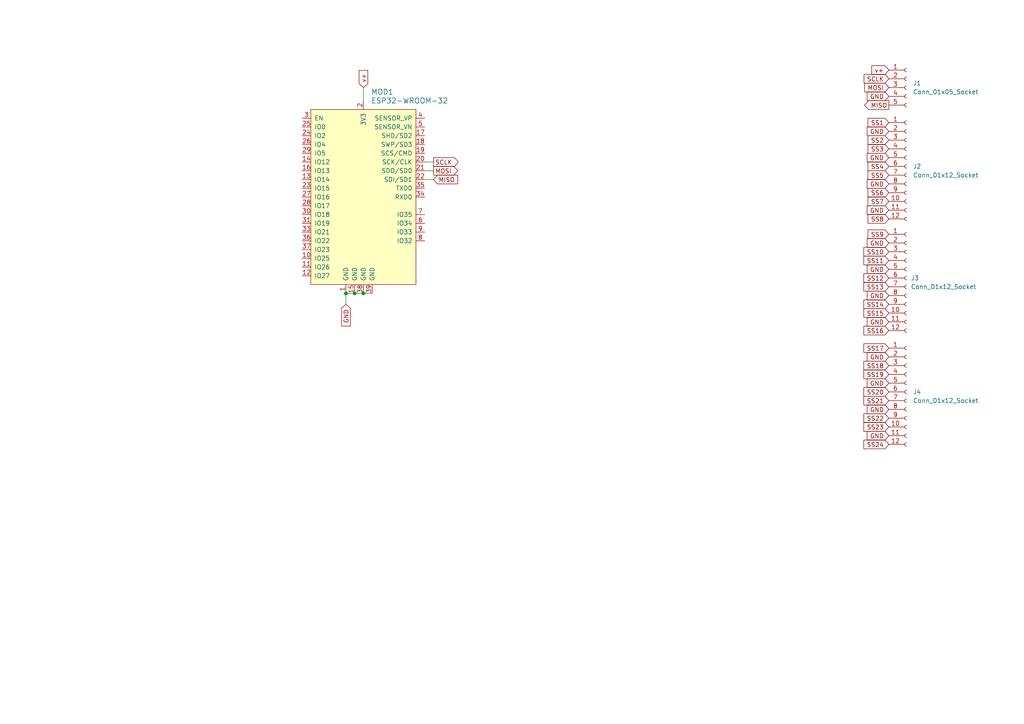
<source format=kicad_sch>
(kicad_sch (version 20230121) (generator eeschema)
  (paper "A4")
  (lib_symbols
    (symbol "Own_Symbols:Hirose_MDF7-05S-2.54DSA(55)" (pin_names (offset 1.016) hide)
      (property "Reference" "J" (at 0 7.62 0))
      (property "Value" "Conn_01x05_Socket" (at 0 -7.62 0))
      (symbol "Hirose_MDF7-05S-2.54DSA(55)_1_1"
        (arc (start 0 -4.572) (mid -0.5058 -5.08) (end 0 -5.588) (stroke (width 0.1524)))
        (arc (start 0 -2.032) (mid -0.5058 -2.54) (end 0 -3.048) (stroke (width 0.1524)))
        (polyline (pts (xy -1.27 -5.08) (xy -0.508 -5.08)) (stroke (width 0.1524)))
        (polyline (pts (xy -1.27 -2.54) (xy -0.508 -2.54)) (stroke (width 0.1524)))
        (polyline (pts (xy -1.27 0) (xy -0.508 0)) (stroke (width 0.1524)))
        (polyline (pts (xy -1.27 2.54) (xy -0.508 2.54)) (stroke (width 0.1524)))
        (polyline (pts (xy -1.27 5.08) (xy -0.508 5.08)) (stroke (width 0.1524)))
        (arc (start 0 0.508) (mid -0.5058 0) (end 0 -0.508) (stroke (width 0.1524)))
        (arc (start 0 3.048) (mid -0.5058 2.54) (end 0 2.032) (stroke (width 0.1524)))
        (arc (start 0 5.588) (mid -0.5058 5.08) (end 0 4.572) (stroke (width 0.1524)))
        (pin passive line (at -5.08 5.08 0) (length 3.81) (name "Pin_1") (number "1"))
        (pin passive line (at -5.08 2.54 0) (length 3.81) (name "Pin_2") (number "2"))
        (pin passive line (at -5.08 0 0) (length 3.81) (name "Pin_3") (number "3"))
        (pin passive line (at -5.08 -2.54 0) (length 3.81) (name "Pin_4") (number "4"))
        (pin passive line (at -5.08 -5.08 0) (length 3.81) (name "Pin_5") (number "5"))
      )
    )
    (symbol "Own_Symbols:Hirose_MDF7-12S-2.54DSA(55)" (pin_names (offset 1.016) hide)
      (property "Reference" "J" (at 0 15.24 0))
      (property "Value" "Conn_01x12_Socket" (at 0 -17.78 0))
      (symbol "Hirose_MDF7-12S-2.54DSA(55)_1_1"
        (arc (start 0 -14.732) (mid -0.5058 -15.24) (end 0 -15.748) (stroke (width 0.1524)))
        (arc (start 0 -12.192) (mid -0.5058 -12.7) (end 0 -13.208) (stroke (width 0.1524)))
        (arc (start 0 -9.652) (mid -0.5058 -10.16) (end 0 -10.668) (stroke (width 0.1524)))
        (arc (start 0 -7.112) (mid -0.5058 -7.62) (end 0 -8.128) (stroke (width 0.1524)))
        (arc (start 0 -4.572) (mid -0.5058 -5.08) (end 0 -5.588) (stroke (width 0.1524)))
        (arc (start 0 -2.032) (mid -0.5058 -2.54) (end 0 -3.048) (stroke (width 0.1524)))
        (polyline (pts (xy -1.27 -15.24) (xy -0.508 -15.24)) (stroke (width 0.1524)))
        (polyline (pts (xy -1.27 -12.7) (xy -0.508 -12.7)) (stroke (width 0.1524)))
        (polyline (pts (xy -1.27 -10.16) (xy -0.508 -10.16)) (stroke (width 0.1524)))
        (polyline (pts (xy -1.27 -7.62) (xy -0.508 -7.62)) (stroke (width 0.1524)))
        (polyline (pts (xy -1.27 -5.08) (xy -0.508 -5.08)) (stroke (width 0.1524)))
        (polyline (pts (xy -1.27 -2.54) (xy -0.508 -2.54)) (stroke (width 0.1524)))
        (polyline (pts (xy -1.27 0) (xy -0.508 0)) (stroke (width 0.1524)))
        (polyline (pts (xy -1.27 2.54) (xy -0.508 2.54)) (stroke (width 0.1524)))
        (polyline (pts (xy -1.27 5.08) (xy -0.508 5.08)) (stroke (width 0.1524)))
        (polyline (pts (xy -1.27 7.62) (xy -0.508 7.62)) (stroke (width 0.1524)))
        (polyline (pts (xy -1.27 10.16) (xy -0.508 10.16)) (stroke (width 0.1524)))
        (polyline (pts (xy -1.27 12.7) (xy -0.508 12.7)) (stroke (width 0.1524)))
        (arc (start 0 0.508) (mid -0.5058 0) (end 0 -0.508) (stroke (width 0.1524)))
        (arc (start 0 3.048) (mid -0.5058 2.54) (end 0 2.032) (stroke (width 0.1524)))
        (arc (start 0 5.588) (mid -0.5058 5.08) (end 0 4.572) (stroke (width 0.1524)))
        (arc (start 0 8.128) (mid -0.5058 7.62) (end 0 7.112) (stroke (width 0.1524)))
        (arc (start 0 10.668) (mid -0.5058 10.16) (end 0 9.652) (stroke (width 0.1524)))
        (arc (start 0 13.208) (mid -0.5058 12.7) (end 0 12.192) (stroke (width 0.1524)))
        (pin passive line (at -5.08 12.7 0) (length 3.81) (name "Pin_1") (number "1"))
        (pin passive line (at -5.08 -10.16 0) (length 3.81) (name "Pin_10") (number "10"))
        (pin passive line (at -5.08 -12.7 0) (length 3.81) (name "Pin_11") (number "11"))
        (pin passive line (at -5.08 -15.24 0) (length 3.81) (name "Pin_12") (number "12"))
        (pin passive line (at -5.08 10.16 0) (length 3.81) (name "Pin_2") (number "2"))
        (pin passive line (at -5.08 7.62 0) (length 3.81) (name "Pin_3") (number "3"))
        (pin passive line (at -5.08 5.08 0) (length 3.81) (name "Pin_4") (number "4"))
        (pin passive line (at -5.08 2.54 0) (length 3.81) (name "Pin_5") (number "5"))
        (pin passive line (at -5.08 0 0) (length 3.81) (name "Pin_6") (number "6"))
        (pin passive line (at -5.08 -2.54 0) (length 3.81) (name "Pin_7") (number "7"))
        (pin passive line (at -5.08 -5.08 0) (length 3.81) (name "Pin_8") (number "8"))
        (pin passive line (at -5.08 -7.62 0) (length 3.81) (name "Pin_9") (number "9"))
      )
    )
    (symbol "dk_RF-Transceiver-Modules:ESP32-WROOM-32" (pin_names (offset 1.016))
      (property "Reference" "MOD" (at -10.16 1.27 0))
      (property "Value" "ESP32-WROOM-32" (at 5.08 -25.4 90))
      (symbol "ESP32-WROOM-32_0_1"
        (rectangle (start -10.16 0) (end 20.32 -50.8) (fill (type background)))
      )
      (symbol "ESP32-WROOM-32_1_1"
        (pin power_in line (at 0 -53.34 90) (length 2.54) (name "GND") (number "1"))
        (pin bidirectional line (at -12.7 -43.18 0) (length 2.54) (name "IO25") (number "10"))
        (pin bidirectional line (at -12.7 -45.72 0) (length 2.54) (name "IO26") (number "11"))
        (pin bidirectional line (at -12.7 -48.26 0) (length 2.54) (name "IO27") (number "12"))
        (pin bidirectional line (at -12.7 -20.32 0) (length 2.54) (name "IO14") (number "13"))
        (pin bidirectional line (at -12.7 -15.24 0) (length 2.54) (name "IO12") (number "14"))
        (pin power_in line (at 2.54 -53.34 90) (length 2.54) (name "GND") (number "15"))
        (pin bidirectional line (at -12.7 -17.78 0) (length 2.54) (name "IO13") (number "16"))
        (pin bidirectional line (at 22.86 -7.62 180) (length 2.54) (name "SHD/SD2") (number "17"))
        (pin bidirectional line (at 22.86 -10.16 180) (length 2.54) (name "SWP/SD3") (number "18"))
        (pin bidirectional line (at 22.86 -12.7 180) (length 2.54) (name "SCS/CMD") (number "19"))
        (pin power_in line (at 5.08 2.54 270) (length 2.54) (name "3V3") (number "2"))
        (pin bidirectional line (at 22.86 -15.24 180) (length 2.54) (name "SCK/CLK") (number "20"))
        (pin bidirectional line (at 22.86 -17.78 180) (length 2.54) (name "SDO/SD0") (number "21"))
        (pin bidirectional line (at 22.86 -20.32 180) (length 2.54) (name "SDI/SD1") (number "22"))
        (pin bidirectional line (at -12.7 -22.86 0) (length 2.54) (name "IO15") (number "23"))
        (pin bidirectional line (at -12.7 -7.62 0) (length 2.54) (name "IO2") (number "24"))
        (pin bidirectional line (at -12.7 -5.08 0) (length 2.54) (name "IO0") (number "25"))
        (pin bidirectional line (at -12.7 -10.16 0) (length 2.54) (name "IO4") (number "26"))
        (pin bidirectional line (at -12.7 -25.4 0) (length 2.54) (name "IO16") (number "27"))
        (pin bidirectional line (at -12.7 -27.94 0) (length 2.54) (name "IO17") (number "28"))
        (pin bidirectional line (at -12.7 -12.7 0) (length 2.54) (name "IO5") (number "29"))
        (pin input line (at -12.7 -2.54 0) (length 2.54) (name "EN") (number "3"))
        (pin bidirectional line (at -12.7 -30.48 0) (length 2.54) (name "IO18") (number "30"))
        (pin bidirectional line (at -12.7 -33.02 0) (length 2.54) (name "IO19") (number "31"))
        (pin no_connect line (at 20.32 -43.18 180) (length 2.54) hide (name "NC") (number "32"))
        (pin bidirectional line (at -12.7 -35.56 0) (length 2.54) (name "IO21") (number "33"))
        (pin bidirectional line (at 22.86 -25.4 180) (length 2.54) (name "RXD0") (number "34"))
        (pin bidirectional line (at 22.86 -22.86 180) (length 2.54) (name "TXD0") (number "35"))
        (pin bidirectional line (at -12.7 -38.1 0) (length 2.54) (name "IO22") (number "36"))
        (pin bidirectional line (at -12.7 -40.64 0) (length 2.54) (name "IO23") (number "37"))
        (pin power_in line (at 5.08 -53.34 90) (length 2.54) (name "GND") (number "38"))
        (pin power_in line (at 7.62 -53.34 90) (length 2.54) (name "GND") (number "39"))
        (pin input line (at 22.86 -2.54 180) (length 2.54) (name "SENSOR_VP") (number "4"))
        (pin input line (at 22.86 -5.08 180) (length 2.54) (name "SENSOR_VN") (number "5"))
        (pin bidirectional line (at 22.86 -33.02 180) (length 2.54) (name "IO34") (number "6"))
        (pin bidirectional line (at 22.86 -30.48 180) (length 2.54) (name "IO35") (number "7"))
        (pin bidirectional line (at 22.86 -38.1 180) (length 2.54) (name "IO32") (number "8"))
        (pin bidirectional line (at 22.86 -35.56 180) (length 2.54) (name "IO33") (number "9"))
      )
    )
  )
  (junction (at 105.41 85.09))
  (junction (at 102.87 85.09))
  (junction (at 100.33 85.09))
  (wire (pts (xy 123.19 52.07) (xy 125.73 52.07)))
  (wire (pts (xy 105.41 85.09) (xy 107.95 85.09)))
  (wire (pts (xy 123.19 46.99) (xy 125.73 46.99)))
  (wire (pts (xy 102.87 85.09) (xy 105.41 85.09)))
  (wire (pts (xy 123.19 49.53) (xy 125.73 49.53)))
  (wire (pts (xy 105.41 25.4) (xy 105.41 29.21)))
  (wire (pts (xy 100.33 85.09) (xy 102.87 85.09)))
  (wire (pts (xy 100.33 85.09) (xy 100.33 88.265)))
  (global_label "SS3" (shape input) (at 257.81 43.18 180) (property "Intersheetrefs" "${INTERSHEET_REFS}" (effects hide)))
  (global_label "MOSI" (shape output) (at 125.73 49.53 0) (property "Intersheetrefs" "${INTERSHEET_REFS}" (effects hide)))
  (global_label "SS21" (shape input) (at 257.81 116.205 180) (property "Intersheetrefs" "${INTERSHEET_REFS}" (effects hide)))
  (global_label "SS1" (shape input) (at 257.81 35.56 180) (property "Intersheetrefs" "${INTERSHEET_REFS}" (effects hide)))
  (global_label "SS11" (shape input) (at 257.81 75.565 180) (property "Intersheetrefs" "${INTERSHEET_REFS}" (effects hide)))
  (global_label "SS8" (shape input) (at 257.81 63.5 180) (property "Intersheetrefs" "${INTERSHEET_REFS}" (effects hide)))
  (global_label "SS13" (shape input) (at 257.81 83.185 180) (property "Intersheetrefs" "${INTERSHEET_REFS}" (effects hide)))
  (global_label "SS16" (shape input) (at 257.81 95.885 180) (property "Intersheetrefs" "${INTERSHEET_REFS}" (effects hide)))
  (global_label "GND" (shape input) (at 257.81 126.365 180) (property "Intersheetrefs" "${INTERSHEET_REFS}" (effects hide)))
  (global_label "SS6" (shape input) (at 257.81 55.88 180) (property "Intersheetrefs" "${INTERSHEET_REFS}" (effects hide)))
  (global_label "GND" (shape input) (at 257.81 27.94 180) (property "Intersheetrefs" "${INTERSHEET_REFS}" (effects hide)))
  (global_label "SS14" (shape input) (at 257.81 88.265 180) (property "Intersheetrefs" "${INTERSHEET_REFS}" (effects hide)))
  (global_label "SS9" (shape input) (at 257.81 67.945 180) (property "Intersheetrefs" "${INTERSHEET_REFS}" (effects hide)))
  (global_label "SS4" (shape input) (at 257.81 48.26 180) (property "Intersheetrefs" "${INTERSHEET_REFS}" (effects hide)))
  (global_label "GND" (shape input) (at 257.81 53.34 180) (property "Intersheetrefs" "${INTERSHEET_REFS}" (effects hide)))
  (global_label "SS10" (shape input) (at 257.81 73.025 180) (property "Intersheetrefs" "${INTERSHEET_REFS}" (effects hide)))
  (global_label "SS19" (shape input) (at 257.81 108.585 180) (property "Intersheetrefs" "${INTERSHEET_REFS}" (effects hide)))
  (global_label "SS18" (shape input) (at 257.81 106.045 180) (property "Intersheetrefs" "${INTERSHEET_REFS}" (effects hide)))
  (global_label "GND" (shape input) (at 257.81 103.505 180) (property "Intersheetrefs" "${INTERSHEET_REFS}" (effects hide)))
  (global_label "SS7" (shape input) (at 257.81 58.42 180) (property "Intersheetrefs" "${INTERSHEET_REFS}" (effects hide)))
  (global_label "SCLK" (shape output) (at 125.73 46.99 0) (property "Intersheetrefs" "${INTERSHEET_REFS}" (effects hide)))
  (global_label "SCLK" (shape input) (at 257.81 22.86 180) (property "Intersheetrefs" "${INTERSHEET_REFS}" (effects hide)))
  (global_label "GND" (shape input) (at 257.81 93.345 180) (property "Intersheetrefs" "${INTERSHEET_REFS}" (effects hide)))
  (global_label "v+" (shape input) (at 257.81 20.32 180) (property "Intersheetrefs" "${INTERSHEET_REFS}" (effects hide)))
  (global_label "MISO" (shape output) (at 257.81 30.48 180) (property "Intersheetrefs" "${INTERSHEET_REFS}" (effects hide)))
  (global_label "SS12" (shape input) (at 257.81 80.645 180) (property "Intersheetrefs" "${INTERSHEET_REFS}" (effects hide)))
  (global_label "GND" (shape input) (at 257.81 78.105 180) (property "Intersheetrefs" "${INTERSHEET_REFS}" (effects hide)))
  (global_label "GND" (shape input) (at 257.81 85.725 180) (property "Intersheetrefs" "${INTERSHEET_REFS}" (effects hide)))
  (global_label "v+" (shape input) (at 105.41 25.4 90) (property "Intersheetrefs" "${INTERSHEET_REFS}" (effects hide)))
  (global_label "SS20" (shape input) (at 257.81 113.665 180) (property "Intersheetrefs" "${INTERSHEET_REFS}" (effects hide)))
  (global_label "GND" (shape input) (at 100.33 88.265 270) (property "Intersheetrefs" "${INTERSHEET_REFS}" (effects hide)))
  (global_label "GND" (shape input) (at 257.81 70.485 180) (property "Intersheetrefs" "${INTERSHEET_REFS}" (effects hide)))
  (global_label "GND" (shape input) (at 257.81 45.72 180) (property "Intersheetrefs" "${INTERSHEET_REFS}" (effects hide)))
  (global_label "SS15" (shape input) (at 257.81 90.805 180) (property "Intersheetrefs" "${INTERSHEET_REFS}" (effects hide)))
  (global_label "GND" (shape input) (at 257.81 60.96 180) (property "Intersheetrefs" "${INTERSHEET_REFS}" (effects hide)))
  (global_label "GND" (shape input) (at 257.81 38.1 180) (property "Intersheetrefs" "${INTERSHEET_REFS}" (effects hide)))
  (global_label "GND" (shape input) (at 257.81 111.125 180) (property "Intersheetrefs" "${INTERSHEET_REFS}" (effects hide)))
  (global_label "SS22" (shape input) (at 257.81 121.285 180) (property "Intersheetrefs" "${INTERSHEET_REFS}" (effects hide)))
  (global_label "MISO" (shape input) (at 125.73 52.07 0) (property "Intersheetrefs" "${INTERSHEET_REFS}" (effects hide)))
  (global_label "SS17" (shape input) (at 257.81 100.965 180) (property "Intersheetrefs" "${INTERSHEET_REFS}" (effects hide)))
  (global_label "SS24" (shape input) (at 257.81 128.905 180) (property "Intersheetrefs" "${INTERSHEET_REFS}" (effects hide)))
  (global_label "SS2" (shape input) (at 257.81 40.64 180) (property "Intersheetrefs" "${INTERSHEET_REFS}" (effects hide)))
  (global_label "SS23" (shape input) (at 257.81 123.825 180) (property "Intersheetrefs" "${INTERSHEET_REFS}" (effects hide)))
  (global_label "SS5" (shape input) (at 257.81 50.8 180) (property "Intersheetrefs" "${INTERSHEET_REFS}" (effects hide)))
  (global_label "MOSI" (shape input) (at 257.81 25.4 180) (property "Intersheetrefs" "${INTERSHEET_REFS}" (effects hide)))
  (global_label "GND" (shape input) (at 257.81 118.745 180) (property "Intersheetrefs" "${INTERSHEET_REFS}" (effects hide)))
  (symbol (lib_id "Own_Symbols:Hirose_MDF7-12S-2.54DSA(55)") (at 262.89 48.26 0) (unit 1)
    (property "Reference" "J2" (at 264.795 48.26 0) (effects (justify left)))
    (property "Value" "Conn_01x12_Socket" (at 264.795 50.8 0) (effects (justify left)))
    (property "Footprint" "Own_Library:Hirose_MDF7-12S-2.54DSA(55)" (effects hide))
  )
  (symbol (lib_id "Own_Symbols:Hirose_MDF7-12S-2.54DSA(55)") (at 262.89 113.665 0) (unit 1)
    (property "Reference" "J4" (at 264.795 113.665 0) (effects (justify left)))
    (property "Value" "Conn_01x12_Socket" (at 264.795 116.205 0) (effects (justify left)))
    (property "Footprint" "Own_Library:Hirose_MDF7-12S-2.54DSA(55)" (effects hide))
  )
  (symbol (lib_id "Own_Symbols:Hirose_MDF7-05S-2.54DSA(55)") (at 262.89 25.4 0) (unit 1)
    (property "Reference" "J1" (at 264.795 24.13 0) (effects (justify left)))
    (property "Value" "Conn_01x05_Socket" (at 264.795 26.67 0) (effects (justify left)))
    (property "Footprint" "Own_Library:Hirose_MDF7-05S-2.54DSA(55)" (effects hide))
  )
  (symbol (lib_id "Own_Symbols:Hirose_MDF7-12S-2.54DSA(55)") (at 262.89 80.645 0) (unit 1)
    (property "Reference" "J3" (at 264.16 80.645 0) (effects (justify left)))
    (property "Value" "Conn_01x12_Socket" (at 264.16 83.185 0) (effects (justify left)))
    (property "Footprint" "Own_Library:Hirose_MDF7-12S-2.54DSA(55)" (effects hide))
  )
  (symbol (lib_id "dk_RF-Transceiver-Modules:ESP32-WROOM-32") (at 100.33 31.75 0) (unit 1)
    (property "Reference" "MOD1" (at 107.6041 26.67 0) (effects (font (size 1.524 1.524)) (justify left)))
    (property "Value" "ESP32-WROOM-32" (at 107.6041 29.21 0) (effects (font (size 1.524 1.524)) (justify left)))
    (property "Footprint" "digikey-footprints:ESP32-WROOM-32D" (effects hide))
    (property "Datasheet" "https://www.espressif.com/sites/default/files/documentation/esp32-wroom-32_datasheet_en.pdf" (effects hide))
    (property "Digi-Key_PN" "1904-1010-1-ND" (effects hide))
    (property "MPN" "ESP32-WROOM-32" (effects hide))
    (property "Category" "RF/IF and RFID" (effects hide))
    (property "Family" "RF Transceiver Modules" (effects hide))
    (property "DK_Datasheet_Link" "https://www.espressif.com/sites/default/files/documentation/esp32-wroom-32_datasheet_en.pdf" (effects hide))
    (property "DK_Detail_Page" "/product-detail/en/espressif-systems/ESP32-WROOM-32/1904-1010-1-ND/8544305" (effects hide))
    (property "Description" "SMD MODULE, ESP32-D0WDQ6, 32MBIT" (effects hide))
    (property "Manufacturer" "Espressif Systems" (effects hide))
    (property "Status" "Active" (effects hide))
  )
)
</source>
